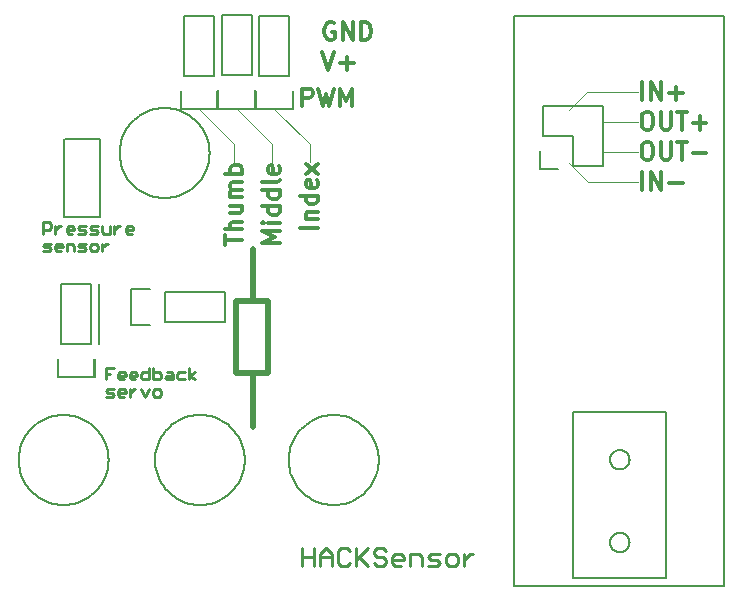
<source format=gbr>
%FSDAX44Y44*%
%MOMM*%
%SFA1B1*%

%IPPOS*%
%ADD12C,0.499999*%
%ADD24C,0.150000*%
%ADD25C,0.200000*%
%ADD26C,0.299999*%
%ADD27C,0.100000*%
%ADD28C,0.253999*%
%LNpcb1_legend_top-1*%
%LPD*%
G54D12*
X00790885Y00797453D02*
Y00843127D01*
X00777240D02*
X00803910D01*
X00777240Y00904087D02*
X00803910D01*
Y00843127D02*
Y00904087D01*
X00777240Y00843127D02*
Y00904087D01*
X00791210Y00904240D02*
Y00948537D01*
G54D24*
X00657656Y00839692D02*
Y00855192D01*
X00660456Y00867892D02*
Y00918692D01*
X00625779Y00839565D02*
X00656779D01*
Y00855065*
X00628579Y00867765D02*
X00653979D01*
X00625779Y00839565D02*
Y00855065D01*
X00628579Y00867765D02*
Y00918565D01*
X00653979*
Y00867765D02*
Y00918565D01*
X01033830Y01015587D02*
X01049330D01*
X01033830D02*
Y01031087D01*
X01062030Y01018387D02*
Y01043787D01*
X01036630D02*
X01062030D01*
X01036630D02*
Y01069187D01*
X01087430*
Y01018387D02*
Y01069187D01*
X01062030Y01018387D02*
X01087430D01*
X00668872Y00772251D02*
X00668965Y00769594D01*
X00668594Y00774896D02*
X00668872Y00772251D01*
X00668132Y00777515D02*
X00668594Y00774896D01*
X00667489Y00780095D02*
X00668132Y00777515D01*
X00666667Y00782625D02*
X00667489Y00780095D01*
X00665671Y00785090D02*
X00666667Y00782625D01*
X00664505Y00787481D02*
X00665671Y00785090D01*
X00663175Y00789783D02*
X00664505Y00787481D01*
X00661688Y00791988D02*
X00663175Y00789783D01*
X00660051Y00794084D02*
X00661688Y00791988D01*
X00658272Y00796060D02*
X00660051Y00794084D01*
X00656359Y00797907D02*
X00658272Y00796060D01*
X00654322Y00799617D02*
X00656359Y00797907D01*
X00652170Y00801180D02*
X00654322Y00799617D01*
X00649915Y00802589D02*
X00652170Y00801180D01*
X00647567Y00803838D02*
X00649915Y00802589D01*
X00645137Y00804919D02*
X00647567Y00803838D01*
X00642638Y00805829D02*
X00645137Y00804919D01*
X00640082Y00806562D02*
X00642638Y00805829D01*
X00637481Y00807115D02*
X00640082Y00806562D01*
X00634847Y00807485D02*
X00637481Y00807115D01*
X00632195Y00807670D02*
X00634847Y00807485D01*
X00629535Y00807670D02*
X00632195D01*
X00626882Y00807485D02*
X00629535Y00807670D01*
X00624249Y00807115D02*
X00626882Y00807485D01*
X00621648Y00806562D02*
X00624249Y00807115D01*
X00619091Y00805829D02*
X00621648Y00806562D01*
X00616592Y00804919D02*
X00619091Y00805829D01*
X00614163Y00803838D02*
X00616592Y00804919D01*
X00611815Y00802589D02*
X00614163Y00803838D01*
X00609560Y00801180D02*
X00611815Y00802589D01*
X00607408Y00799617D02*
X00609560Y00801180D01*
X00605371Y00797907D02*
X00607408Y00799617D01*
X00603458Y00796060D02*
X00605371Y00797907D01*
X00601678Y00794084D02*
X00603458Y00796060D01*
X00600041Y00791988D02*
X00601678Y00794084D01*
X00598554Y00789783D02*
X00600041Y00791988D01*
X00597224Y00787481D02*
X00598554Y00789783D01*
X00596059Y00785090D02*
X00597224Y00787481D01*
X00595063Y00782625D02*
X00596059Y00785090D01*
X00594241Y00780095D02*
X00595063Y00782625D01*
X00593598Y00777515D02*
X00594241Y00780095D01*
X00593136Y00774896D02*
X00593598Y00777515D01*
X00592858Y00772251D02*
X00593136Y00774896D01*
X00592765Y00769594D02*
X00592858Y00772251D01*
X00592765Y00769594D02*
X00592858Y00766936D01*
X00593136Y00764291*
X00593598Y00761672*
X00594241Y00759092*
X00595063Y00756563*
X00596059Y00754097*
X00597224Y00751707*
X00598554Y00749404*
X00600041Y00747199*
X00601678Y00745103*
X00603458Y00743127*
X00605371Y00741280*
X00607408Y00739570*
X00609560Y00738007*
X00611815Y00736598*
X00614163Y00735349*
X00616592Y00734268*
X00619091Y00733358*
X00621648Y00732625*
X00624249Y00732072*
X00626882Y00731702*
X00629535Y00731517*
X00632195*
X00634847Y00731702*
X00637481Y00732072*
X00640082Y00732625*
X00642638Y00733358*
X00645137Y00734268*
X00647567Y00735349*
X00649915Y00736598*
X00652170Y00738007*
X00654322Y00739570*
X00656359Y00741280*
X00658272Y00743127*
X00660051Y00745103*
X00661688Y00747199*
X00663175Y00749404*
X00664505Y00751707*
X00665671Y00754097*
X00666667Y00756563*
X00667489Y00759092*
X00668132Y00761672*
X00668594Y00764291*
X00668872Y00766936*
X00668965Y00769594*
X00784315Y00772251D02*
X00784408Y00769594D01*
X00784037Y00774896D02*
X00784315Y00772251D01*
X00783575Y00777515D02*
X00784037Y00774896D01*
X00782932Y00780095D02*
X00783575Y00777515D01*
X00782110Y00782625D02*
X00782932Y00780095D01*
X00781114Y00785090D02*
X00782110Y00782625D01*
X00779948Y00787481D02*
X00781114Y00785090D01*
X00778618Y00789783D02*
X00779948Y00787481D01*
X00777131Y00791988D02*
X00778618Y00789783D01*
X00775494Y00794084D02*
X00777131Y00791988D01*
X00773715Y00796060D02*
X00775494Y00794084D01*
X00771802Y00797907D02*
X00773715Y00796060D01*
X00769764Y00799617D02*
X00771802Y00797907D01*
X00767613Y00801180D02*
X00769764Y00799617D01*
X00765358Y00802589D02*
X00767613Y00801180D01*
X00763010Y00803838D02*
X00765358Y00802589D01*
X00760580Y00804919D02*
X00763010Y00803838D01*
X00758081Y00805829D02*
X00760580Y00804919D01*
X00755525Y00806562D02*
X00758081Y00805829D01*
X00752924Y00807115D02*
X00755525Y00806562D01*
X00750290Y00807485D02*
X00752924Y00807115D01*
X00747637Y00807670D02*
X00750290Y00807485D01*
X00744978Y00807670D02*
X00747637D01*
X00742325Y00807485D02*
X00744978Y00807670D01*
X00739692Y00807115D02*
X00742325Y00807485D01*
X00737091Y00806562D02*
X00739692Y00807115D01*
X00734534Y00805829D02*
X00737091Y00806562D01*
X00732035Y00804919D02*
X00734534Y00805829D01*
X00729606Y00803838D02*
X00732035Y00804919D01*
X00727258Y00802589D02*
X00729606Y00803838D01*
X00725003Y00801180D02*
X00727258Y00802589D01*
X00722851Y00799617D02*
X00725003Y00801180D01*
X00720814Y00797907D02*
X00722851Y00799617D01*
X00718901Y00796060D02*
X00720814Y00797907D01*
X00717121Y00794084D02*
X00718901Y00796060D01*
X00715484Y00791988D02*
X00717121Y00794084D01*
X00713997Y00789783D02*
X00715484Y00791988D01*
X00712668Y00787481D02*
X00713997Y00789783D01*
X00711502Y00785090D02*
X00712668Y00787481D01*
X00710506Y00782625D02*
X00711502Y00785090D01*
X00709684Y00780095D02*
X00710506Y00782625D01*
X00709041Y00777515D02*
X00709684Y00780095D01*
X00708579Y00774896D02*
X00709041Y00777515D01*
X00708301Y00772251D02*
X00708579Y00774896D01*
X00708208Y00769594D02*
X00708301Y00772251D01*
X00708208Y00769594D02*
X00708301Y00766936D01*
X00708579Y00764291*
X00709041Y00761672*
X00709684Y00759092*
X00710506Y00756563*
X00711502Y00754097*
X00712668Y00751707*
X00713997Y00749404*
X00715484Y00747199*
X00717121Y00745103*
X00718901Y00743127*
X00720814Y00741280*
X00722851Y00739570*
X00725003Y00738007*
X00727258Y00736598*
X00729606Y00735349*
X00732035Y00734268*
X00734534Y00733358*
X00737091Y00732625*
X00739692Y00732072*
X00742325Y00731702*
X00744978Y00731517*
X00747637*
X00750290Y00731702*
X00752924Y00732072*
X00755525Y00732625*
X00758081Y00733358*
X00760580Y00734268*
X00763010Y00735349*
X00765358Y00736598*
X00767613Y00738007*
X00769764Y00739570*
X00771802Y00741280*
X00773715Y00743127*
X00775494Y00745103*
X00777131Y00747199*
X00778618Y00749404*
X00779948Y00751707*
X00781114Y00754097*
X00782110Y00756563*
X00782932Y00759092*
X00783575Y00761672*
X00784037Y00764291*
X00784315Y00766936*
X00784408Y00769594*
X00897599Y00772124D02*
X00897692Y00769467D01*
X00897321Y00774769D02*
X00897599Y00772124D01*
X00896859Y00777388D02*
X00897321Y00774769D01*
X00896216Y00779968D02*
X00896859Y00777388D01*
X00895394Y00782498D02*
X00896216Y00779968D01*
X00894398Y00784963D02*
X00895394Y00782498D01*
X00893232Y00787354D02*
X00894398Y00784963D01*
X00891902Y00789657D02*
X00893232Y00787354D01*
X00890415Y00791861D02*
X00891902Y00789657D01*
X00888778Y00793957D02*
X00890415Y00791861D01*
X00886999Y00795933D02*
X00888778Y00793957D01*
X00885086Y00797780D02*
X00886999Y00795933D01*
X00883048Y00799490D02*
X00885086Y00797780D01*
X00880897Y00801053D02*
X00883048Y00799490D01*
X00878642Y00802462D02*
X00880897Y00801053D01*
X00876294Y00803711D02*
X00878642Y00802462D01*
X00873864Y00804792D02*
X00876294Y00803711D01*
X00871365Y00805702D02*
X00873864Y00804792D01*
X00868809Y00806435D02*
X00871365Y00805702D01*
X00866208Y00806988D02*
X00868809Y00806435D01*
X00863574Y00807358D02*
X00866208Y00806988D01*
X00860921Y00807543D02*
X00863574Y00807358D01*
X00858262Y00807543D02*
X00860921D01*
X00855609Y00807358D02*
X00858262Y00807543D01*
X00852976Y00806988D02*
X00855609Y00807358D01*
X00850375Y00806435D02*
X00852976Y00806988D01*
X00847818Y00805702D02*
X00850375Y00806435D01*
X00845319Y00804792D02*
X00847818Y00805702D01*
X00842890Y00803711D02*
X00845319Y00804792D01*
X00840542Y00802462D02*
X00842890Y00803711D01*
X00838287Y00801053D02*
X00840542Y00802462D01*
X00836135Y00799490D02*
X00838287Y00801053D01*
X00834098Y00797780D02*
X00836135Y00799490D01*
X00832185Y00795933D02*
X00834098Y00797780D01*
X00830405Y00793957D02*
X00832185Y00795933D01*
X00828768Y00791861D02*
X00830405Y00793957D01*
X00827281Y00789657D02*
X00828768Y00791861D01*
X00825952Y00787354D02*
X00827281Y00789657D01*
X00824786Y00784963D02*
X00825952Y00787354D01*
X00823790Y00782498D02*
X00824786Y00784963D01*
X00822968Y00779968D02*
X00823790Y00782498D01*
X00822325Y00777388D02*
X00822968Y00779968D01*
X00821863Y00774769D02*
X00822325Y00777388D01*
X00821585Y00772124D02*
X00821863Y00774769D01*
X00821492Y00769467D02*
X00821585Y00772124D01*
X00821492Y00769467D02*
X00821585Y00766809D01*
X00821863Y00764164*
X00822325Y00761545*
X00822968Y00758965*
X00823790Y00756436*
X00824786Y00753970*
X00825952Y00751580*
X00827281Y00749277*
X00828768Y00747072*
X00830405Y00744976*
X00832185Y00743000*
X00834098Y00741153*
X00836135Y00739443*
X00838287Y00737880*
X00840542Y00736471*
X00842890Y00735222*
X00845319Y00734141*
X00847818Y00733231*
X00850375Y00732498*
X00852976Y00731945*
X00855609Y00731575*
X00858262Y00731390*
X00860921*
X00863574Y00731575*
X00866208Y00731945*
X00868809Y00732498*
X00871365Y00733231*
X00873864Y00734141*
X00876294Y00735222*
X00878642Y00736471*
X00880897Y00737880*
X00883048Y00739443*
X00885086Y00741153*
X00886999Y00743000*
X00888778Y00744976*
X00890415Y00747072*
X00891902Y00749277*
X00893232Y00751580*
X00894398Y00753970*
X00895394Y00756436*
X00896216Y00758965*
X00896859Y00761545*
X00897321Y00764164*
X00897599Y00766809*
X00897692Y00769467*
X00754343Y01032093D02*
X00754436Y01029436D01*
X00754065Y01034738D02*
X00754343Y01032093D01*
X00753603Y01037357D02*
X00754065Y01034738D01*
X00752960Y01039937D02*
X00753603Y01037357D01*
X00752138Y01042467D02*
X00752960Y01039937D01*
X00751142Y01044932D02*
X00752138Y01042467D01*
X00749976Y01047323D02*
X00751142Y01044932D01*
X00748646Y01049625D02*
X00749976Y01047323D01*
X00747159Y01051830D02*
X00748646Y01049625D01*
X00745522Y01053926D02*
X00747159Y01051830D01*
X00743743Y01055902D02*
X00745522Y01053926D01*
X00741830Y01057749D02*
X00743743Y01055902D01*
X00739792Y01059459D02*
X00741830Y01057749D01*
X00737641Y01061022D02*
X00739792Y01059459D01*
X00735386Y01062431D02*
X00737641Y01061022D01*
X00733038Y01063680D02*
X00735386Y01062431D01*
X00730608Y01064761D02*
X00733038Y01063680D01*
X00728109Y01065671D02*
X00730608Y01064761D01*
X00725553Y01066404D02*
X00728109Y01065671D01*
X00722952Y01066957D02*
X00725553Y01066404D01*
X00720318Y01067327D02*
X00722952Y01066957D01*
X00717665Y01067512D02*
X00720318Y01067327D01*
X00715006Y01067512D02*
X00717665D01*
X00712353Y01067327D02*
X00715006Y01067512D01*
X00709720Y01066957D02*
X00712353Y01067327D01*
X00707119Y01066404D02*
X00709720Y01066957D01*
X00704562Y01065671D02*
X00707119Y01066404D01*
X00702063Y01064761D02*
X00704562Y01065671D01*
X00699634Y01063680D02*
X00702063Y01064761D01*
X00697286Y01062431D02*
X00699634Y01063680D01*
X00695031Y01061022D02*
X00697286Y01062431D01*
X00692879Y01059459D02*
X00695031Y01061022D01*
X00690842Y01057749D02*
X00692879Y01059459D01*
X00688929Y01055902D02*
X00690842Y01057749D01*
X00687149Y01053926D02*
X00688929Y01055902D01*
X00685512Y01051830D02*
X00687149Y01053926D01*
X00684025Y01049625D02*
X00685512Y01051830D01*
X00682696Y01047323D02*
X00684025Y01049625D01*
X00681530Y01044932D02*
X00682696Y01047323D01*
X00680534Y01042467D02*
X00681530Y01044932D01*
X00679712Y01039937D02*
X00680534Y01042467D01*
X00679069Y01037357D02*
X00679712Y01039937D01*
X00678607Y01034738D02*
X00679069Y01037357D01*
X00678329Y01032093D02*
X00678607Y01034738D01*
X00678236Y01029436D02*
X00678329Y01032093D01*
X00678236Y01029436D02*
X00678329Y01026778D01*
X00678607Y01024133*
X00679069Y01021514*
X00679712Y01018934*
X00680534Y01016405*
X00681530Y01013939*
X00682696Y01011549*
X00684025Y01009246*
X00685512Y01007041*
X00687149Y01004945*
X00688929Y01002969*
X00690842Y01001122*
X00692879Y00999412*
X00695031Y00997849*
X00697286Y00996440*
X00699634Y00995191*
X00702063Y00994110*
X00704562Y00993200*
X00707119Y00992467*
X00709720Y00991914*
X00712353Y00991544*
X00715006Y00991359*
X00717665*
X00720318Y00991544*
X00722952Y00991914*
X00725553Y00992467*
X00728109Y00993200*
X00730608Y00994110*
X00733038Y00995191*
X00735386Y00996440*
X00737641Y00997849*
X00739792Y00999412*
X00741830Y01001122*
X00743743Y01002969*
X00745522Y01004945*
X00747159Y01007041*
X00748646Y01009246*
X00749976Y01011549*
X00751142Y01013939*
X00752138Y01016405*
X00752960Y01018934*
X00753603Y01021514*
X00754065Y01024133*
X00754343Y01026778*
X00754436Y01029436*
X01012246Y00663041D02*
Y01145641D01*
X01190046*
Y00663041D02*
Y01145641D01*
X01012246Y00663041D02*
X01190046D01*
X01140781Y00669871D02*
Y00809871D01*
X01061781D02*
X01140781D01*
X01061781Y00669871D02*
Y00809871D01*
Y00669871D02*
X01140781D01*
X01110007Y00770446D02*
X01110027Y00769871D01*
X01109947Y00771018D02*
X01110007Y00770446D01*
X01109847Y00771585D02*
X01109947Y00771018D01*
X01109708Y00772144D02*
X01109847Y00771585D01*
X01109530Y00772691D02*
X01109708Y00772144D01*
X01109314Y00773225D02*
X01109530Y00772691D01*
X01109062Y00773742D02*
X01109314Y00773225D01*
X01108774Y00774240D02*
X01109062Y00773742D01*
X01108452Y00774718D02*
X01108774Y00774240D01*
X01108098Y00775171D02*
X01108452Y00774718D01*
X01107713Y00775599D02*
X01108098Y00775171D01*
X01107299Y00775999D02*
X01107713Y00775599D01*
X01106858Y00776369D02*
X01107299Y00775999D01*
X01106392Y00776707D02*
X01106858Y00776369D01*
X01105904Y00777012D02*
X01106392Y00776707D01*
X01105396Y00777282D02*
X01105904Y00777012D01*
X01104870Y00777516D02*
X01105396Y00777282D01*
X01104329Y00777713D02*
X01104870Y00777516D01*
X01103776Y00777872D02*
X01104329Y00777713D01*
X01103213Y00777991D02*
X01103776Y00777872D01*
X01102643Y00778072D02*
X01103213Y00777991D01*
X01102069Y00778112D02*
X01102643Y00778072D01*
X01101493Y00778112D02*
X01102069D01*
X01100919Y00778072D02*
X01101493Y00778112D01*
X01100349Y00777991D02*
X01100919Y00778072D01*
X01099786Y00777872D02*
X01100349Y00777991D01*
X01099233Y00777713D02*
X01099786Y00777872D01*
X01098692Y00777516D02*
X01099233Y00777713D01*
X01098166Y00777282D02*
X01098692Y00777516D01*
X01097658Y00777012D02*
X01098166Y00777282D01*
X01097170Y00776707D02*
X01097658Y00777012D01*
X01096704Y00776369D02*
X01097170Y00776707D01*
X01096264Y00775999D02*
X01096704Y00776369D01*
X01095849Y00775599D02*
X01096264Y00775999D01*
X01095464Y00775171D02*
X01095849Y00775599D01*
X01095109Y00774718D02*
X01095464Y00775171D01*
X01094788Y00774240D02*
X01095109Y00774718D01*
X01094500Y00773742D02*
X01094788Y00774240D01*
X01094248Y00773225D02*
X01094500Y00773742D01*
X01094032Y00772691D02*
X01094248Y00773225D01*
X01093854Y00772144D02*
X01094032Y00772691D01*
X01093715Y00771585D02*
X01093854Y00772144D01*
X01093615Y00771018D02*
X01093715Y00771585D01*
X01093555Y00770446D02*
X01093615Y00771018D01*
X01093535Y00769871D02*
X01093555Y00770446D01*
X01093535Y00769871D02*
X01093555Y00769295D01*
X01093615Y00768723*
X01093715Y00768156*
X01093854Y00767598*
X01094032Y00767050*
X01094248Y00766516*
X01094500Y00765999*
X01094788Y00765501*
X01095109Y00765024*
X01095464Y00764570*
X01095849Y00764142*
X01096264Y00763743*
X01096704Y00763372*
X01097170Y00763034*
X01097658Y00762729*
X01098166Y00762459*
X01098692Y00762225*
X01099233Y00762028*
X01099786Y00761869*
X01100349Y00761750*
X01100919Y00761670*
X01101493Y00761629*
X01102069*
X01102643Y00761670*
X01103213Y00761750*
X01103776Y00761869*
X01104329Y00762028*
X01104870Y00762225*
X01105396Y00762459*
X01105904Y00762729*
X01106392Y00763034*
X01106858Y00763372*
X01107299Y00763743*
X01107713Y00764142*
X01108098Y00764570*
X01108452Y00765024*
X01108774Y00765501*
X01109062Y00765999*
X01109314Y00766516*
X01109530Y00767050*
X01109708Y00767598*
X01109847Y00768156*
X01109947Y00768723*
X01110007Y00769295*
X01110027Y00769871*
X01110007Y00700446D02*
X01110027Y00699871D01*
X01109947Y00701018D02*
X01110007Y00700446D01*
X01109847Y00701585D02*
X01109947Y00701018D01*
X01109708Y00702143D02*
X01109847Y00701585D01*
X01109530Y00702691D02*
X01109708Y00702143D01*
X01109314Y00703225D02*
X01109530Y00702691D01*
X01109062Y00703742D02*
X01109314Y00703225D01*
X01108774Y00704240D02*
X01109062Y00703742D01*
X01108452Y00704718D02*
X01108774Y00704240D01*
X01108098Y00705171D02*
X01108452Y00704718D01*
X01107713Y00705599D02*
X01108098Y00705171D01*
X01107299Y00705999D02*
X01107713Y00705599D01*
X01106858Y00706369D02*
X01107299Y00705999D01*
X01106392Y00706707D02*
X01106858Y00706369D01*
X01105904Y00707012D02*
X01106392Y00706707D01*
X01105396Y00707282D02*
X01105904Y00707012D01*
X01104870Y00707517D02*
X01105396Y00707282D01*
X01104329Y00707713D02*
X01104870Y00707517D01*
X01103776Y00707872D02*
X01104329Y00707713D01*
X01103213Y00707991D02*
X01103776Y00707872D01*
X01102643Y00708072D02*
X01103213Y00707991D01*
X01102069Y00708112D02*
X01102643Y00708072D01*
X01101493Y00708112D02*
X01102069D01*
X01100919Y00708072D02*
X01101493Y00708112D01*
X01100349Y00707991D02*
X01100919Y00708072D01*
X01099786Y00707872D02*
X01100349Y00707991D01*
X01099233Y00707713D02*
X01099786Y00707872D01*
X01098692Y00707517D02*
X01099233Y00707713D01*
X01098166Y00707282D02*
X01098692Y00707517D01*
X01097658Y00707012D02*
X01098166Y00707282D01*
X01097170Y00706707D02*
X01097658Y00707012D01*
X01096704Y00706369D02*
X01097170Y00706707D01*
X01096264Y00705999D02*
X01096704Y00706369D01*
X01095849Y00705599D02*
X01096264Y00705999D01*
X01095464Y00705171D02*
X01095849Y00705599D01*
X01095109Y00704718D02*
X01095464Y00705171D01*
X01094788Y00704240D02*
X01095109Y00704718D01*
X01094500Y00703742D02*
X01094788Y00704240D01*
X01094248Y00703225D02*
X01094500Y00703742D01*
X01094032Y00702691D02*
X01094248Y00703225D01*
X01093854Y00702143D02*
X01094032Y00702691D01*
X01093715Y00701585D02*
X01093854Y00702143D01*
X01093615Y00701018D02*
X01093715Y00701585D01*
X01093555Y00700446D02*
X01093615Y00701018D01*
X01093535Y00699871D02*
X01093555Y00700446D01*
X01093535Y00699871D02*
X01093555Y00699295D01*
X01093615Y00698723*
X01093715Y00698156*
X01093854Y00697598*
X01094032Y00697050*
X01094248Y00696517*
X01094500Y00695999*
X01094788Y00695501*
X01095109Y00695024*
X01095464Y00694570*
X01095849Y00694142*
X01096264Y00693743*
X01096704Y00693372*
X01097170Y00693034*
X01097658Y00692729*
X01098166Y00692459*
X01098692Y00692225*
X01099233Y00692028*
X01099786Y00691869*
X01100349Y00691750*
X01100919Y00691670*
X01101493Y00691629*
X01102069*
X01102643Y00691670*
X01103213Y00691750*
X01103776Y00691869*
X01104329Y00692028*
X01104870Y00692225*
X01105396Y00692459*
X01105904Y00692729*
X01106392Y00693034*
X01106858Y00693372*
X01107299Y00693743*
X01107713Y00694142*
X01108098Y00694570*
X01108452Y00695024*
X01108774Y00695501*
X01109062Y00695999*
X01109314Y00696517*
X01109530Y00697050*
X01109708Y00697598*
X01109847Y00698156*
X01109947Y00698723*
X01110007Y00699295*
X01110027Y00699871*
X00758119Y01095095D02*
Y01145895D01*
X00732719D02*
X00758119D01*
X00732719Y01095095D02*
Y01145895D01*
X00729919Y01066895D02*
Y01082395D01*
X00732719Y01095095D02*
X00758119D01*
X00760919Y01066895D02*
Y01082395D01*
X00729919Y01066895D02*
X00760919D01*
X00716539Y00886460D02*
X00767339D01*
Y00911860*
X00716539D02*
X00767339D01*
X00688340Y00914659D02*
X00703839D01*
X00716539Y00886460D02*
Y00911860D01*
X00688340Y00883659D02*
X00703839D01*
X00688340D02*
Y00914659D01*
X00822000Y01095095D02*
Y01145895D01*
X00796600D02*
X00822000D01*
X00796600Y01095095D02*
Y01145895D01*
X00793800Y01066895D02*
Y01082395D01*
X00796600Y01095095D02*
X00822000D01*
X00824800Y01066895D02*
Y01082395D01*
X00793800Y01066895D02*
X00824800D01*
X00789996Y01095222D02*
Y01146022D01*
X00764596D02*
X00789996D01*
X00764596Y01095222D02*
Y01146022D01*
X00761796Y01067022D02*
Y01082522D01*
X00764596Y01095222D02*
X00789996D01*
X00792796Y01067022D02*
Y01082522D01*
X00761796Y01067022D02*
X00792796D01*
G54D25*
X00632135Y01041247D02*
X00661345D01*
Y00975207D02*
Y01041247D01*
X00630865Y00975207D02*
X00661345D01*
X00630865D02*
Y01041247D01*
G54D26*
X01120917Y00998255D02*
Y01013255D01*
X01128060Y00998255D02*
Y01013255D01*
X01136632Y00998255*
Y01013255*
X01143774Y01003969D02*
X01155203D01*
X00833120Y01069060D02*
Y01084060D01*
X00838833*
X00840262Y01083346*
X00840976Y01082632*
X00841690Y01081203*
Y01079060D02*
Y01081203D01*
X00840976Y01077632D02*
X00841690Y01079060D01*
X00840262Y01076918D02*
X00840976Y01077632D01*
X00838833Y01076203D02*
X00840262Y01076918D01*
X00833120Y01076203D02*
X00838833D01*
X00846690Y01084060D02*
X00850262Y01069060D01*
X00853119Y01079775*
X00855976Y01069060*
X00859548Y01084060*
X00865262Y01069060D02*
Y01084060D01*
X00870262Y01073346*
X00875262Y01084060*
Y01069060D02*
Y01084060D01*
X00849912Y01114640D02*
X00854912Y01099640D01*
X00859912Y01114640*
X00864912Y01105355D02*
X00876340D01*
X00870626Y01099640D02*
Y01111069D01*
X00858483Y01140140D02*
X00859912Y01139426D01*
X00856340Y01140140D02*
X00858483D01*
X00854197Y01139426D02*
X00856340Y01140140D01*
X00852769Y01137998D02*
X00854197Y01139426D01*
X00852055Y01136569D02*
X00852769Y01137998D01*
X00851340Y01133712D02*
X00852055Y01136569D01*
X00851340Y01131570D02*
Y01133712D01*
Y01131570D02*
X00852055Y01128712D01*
X00852769Y01127283*
X00854197Y01125855*
X00856340Y01125140*
X00857769*
X00859912Y01125855*
X00860626Y01126569*
Y01131570*
X00857769D02*
X00860626D01*
X00867055Y01125140D02*
Y01140140D01*
X00875626Y01125140*
Y01140140*
X00882769Y01125140D02*
Y01140140D01*
X00886340*
X00888483Y01139426*
X00889912Y01137998*
X00890626Y01136569*
X00891340Y01133712*
Y01131570D02*
Y01133712D01*
X00890626Y01128712D02*
X00891340Y01131570D01*
X00889912Y01127283D02*
X00890626Y01128712D01*
X00888483Y01125855D02*
X00889912Y01127283D01*
X00886340Y01125140D02*
X00888483Y01125855D01*
X00882769Y01125140D02*
X00886340D01*
X01120917Y01074255D02*
Y01089255D01*
X01128060Y01074255D02*
Y01089255D01*
X01136632Y01074255*
Y01089255*
X01143774Y01079969D02*
X01155203D01*
X01149489Y01074255D02*
Y01085683D01*
X01123774Y01038755D02*
X01126632D01*
X01128060Y01038041*
X01129489Y01036612*
X01130203Y01033755*
Y01028755D02*
Y01033755D01*
X01129489Y01025898D02*
X01130203Y01028755D01*
X01128060Y01024469D02*
X01129489Y01025898D01*
X01126632Y01023755D02*
X01128060Y01024469D01*
X01123774Y01023755D02*
X01126632D01*
X01122346Y01024469D02*
X01123774Y01023755D01*
X01120917Y01025898D02*
X01122346Y01024469D01*
X01120203Y01028755D02*
X01120917Y01025898D01*
X01120203Y01028755D02*
Y01033755D01*
X01120917Y01036612*
X01122346Y01038041*
X01123774Y01038755*
X01136632Y01026612D02*
Y01038755D01*
Y01026612D02*
X01137346Y01025183D01*
X01138060Y01024469*
X01139489Y01023755*
X01142346*
X01143774Y01024469*
X01144489Y01025183*
X01145203Y01026612*
Y01038755*
X01150203D02*
X01158774D01*
X01154489Y01023755D02*
Y01038755D01*
X01163774Y01029469D02*
X01175203D01*
X01123774Y01064255D02*
X01126632D01*
X01128060Y01063541*
X01129489Y01062112*
X01130203Y01059255*
Y01054255D02*
Y01059255D01*
X01129489Y01051398D02*
X01130203Y01054255D01*
X01128060Y01049969D02*
X01129489Y01051398D01*
X01126632Y01049255D02*
X01128060Y01049969D01*
X01123774Y01049255D02*
X01126632D01*
X01122346Y01049969D02*
X01123774Y01049255D01*
X01120917Y01051398D02*
X01122346Y01049969D01*
X01120203Y01054255D02*
X01120917Y01051398D01*
X01120203Y01054255D02*
Y01059255D01*
X01120917Y01062112*
X01122346Y01063541*
X01123774Y01064255*
X01136632Y01052112D02*
Y01064255D01*
Y01052112D02*
X01137346Y01050683D01*
X01138060Y01049969*
X01139489Y01049255*
X01142346*
X01143774Y01049969*
X01144489Y01050683*
X01145203Y01052112*
Y01064255*
X01150203D02*
X01158774D01*
X01154489Y01049255D02*
Y01064255D01*
X01163774Y01054969D02*
X01175203D01*
X01169489Y01049255D02*
Y01060683D01*
X00831132Y00966326D02*
X00846132D01*
X00836132Y00973469D02*
X00846132D01*
X00836846Y00974183D02*
X00837560Y00973469D01*
X00836132Y00975612D02*
X00836846Y00974183D01*
X00836132Y00975612D02*
Y00977755D01*
X00836846Y00979183*
X00838274Y00979898*
X00846132*
X00831132Y00993469D02*
X00846132D01*
X00845417D02*
X00846132Y00992041D01*
Y00989183D02*
Y00992041D01*
X00845417Y00987755D02*
X00846132Y00989183D01*
X00844703Y00987041D02*
X00845417Y00987755D01*
X00843274Y00986326D02*
X00844703Y00987041D01*
X00838989Y00986326D02*
X00843274D01*
X00837560Y00987041D02*
X00838989Y00986326D01*
X00836846Y00987755D02*
X00837560Y00987041D01*
X00836132Y00989183D02*
X00836846Y00987755D01*
X00836132Y00989183D02*
Y00992041D01*
X00836846Y00993469*
X00845417Y01006326D02*
X00846132Y01004898D01*
Y01002041D02*
Y01004898D01*
X00845417Y01000612D02*
X00846132Y01002041D01*
X00843989Y00999898D02*
X00845417Y01000612D01*
X00838274Y00999898D02*
X00843989D01*
X00836846Y01000612D02*
X00838274Y00999898D01*
X00836132Y01002041D02*
X00836846Y01000612D01*
X00836132Y01002041D02*
Y01004898D01*
X00836846Y01006326*
X00838274Y01007041*
X00839703*
X00841132Y00999898*
X00836132Y01019898D02*
X00846132Y01012041D01*
X00836132D02*
X00846132Y01019898D01*
X00799132Y00953469D02*
X00814132D01*
X00799132D02*
X00809846Y00958469D01*
X00799132Y00963469D02*
X00809846Y00958469D01*
X00799132Y00963469D02*
X00814132D01*
X00804132Y00970612D02*
X00814132D01*
X00799132D02*
X00799846Y00969899D01*
X00800560Y00970612*
X00799846Y00971326D02*
X00800560Y00970612D01*
X00799132D02*
X00799846Y00971326D01*
X00799132Y00970612D02*
X00800560D01*
X00799132Y00984183D02*
X00814132D01*
X00813417D02*
X00814132Y00982755D01*
Y00979898D02*
Y00982755D01*
X00813417Y00978469D02*
X00814132Y00979898D01*
X00812703Y00977755D02*
X00813417Y00978469D01*
X00811274Y00977041D02*
X00812703Y00977755D01*
X00806989Y00977041D02*
X00811274D01*
X00805561Y00977755D02*
X00806989Y00977041D01*
X00804846Y00978469D02*
X00805561Y00977755D01*
X00804132Y00979898D02*
X00804846Y00978469D01*
X00804132Y00979898D02*
Y00982755D01*
X00804846Y00984183*
X00799132Y00997755D02*
X00814132D01*
X00813417D02*
X00814132Y00996326D01*
Y00993469D02*
Y00996326D01*
X00813417Y00992041D02*
X00814132Y00993469D01*
X00812703Y00991326D02*
X00813417Y00992041D01*
X00811274Y00990612D02*
X00812703Y00991326D01*
X00806989Y00990612D02*
X00811274D01*
X00805561Y00991326D02*
X00806989Y00990612D01*
X00804846Y00992041D02*
X00805561Y00991326D01*
X00804132Y00993469D02*
X00804846Y00992041D01*
X00804132Y00993469D02*
Y00996326D01*
X00804846Y00997755*
X00813417Y01005612D02*
X00814132Y01007041D01*
X00811989Y01004898D02*
X00813417Y01005612D01*
X00799132Y01004898D02*
X00811989D01*
X00813417Y01018469D02*
X00814132Y01017041D01*
Y01014183D02*
Y01017041D01*
X00813417Y01012755D02*
X00814132Y01014183D01*
X00811989Y01012041D02*
X00813417Y01012755D01*
X00806274Y01012041D02*
X00811989D01*
X00804846Y01012755D02*
X00806274Y01012041D01*
X00804132Y01014183D02*
X00804846Y01012755D01*
X00804132Y01014183D02*
Y01017041D01*
X00804846Y01018469*
X00806274Y01019183*
X00807703*
X00809132Y01012041*
X00767131Y00951326D02*
Y00959898D01*
Y00955612D02*
X00782131D01*
X00767131Y00964898D02*
X00782131D01*
X00774274Y00971326D02*
X00782131D01*
X00772846Y00970612D02*
X00774274Y00971326D01*
X00772131Y00969183D02*
X00772846Y00970612D01*
X00772131Y00967041D02*
Y00969183D01*
Y00967041D02*
X00772846Y00965612D01*
X00773560Y00964898*
X00772131Y00984898D02*
X00782131D01*
X00772131Y00978469D02*
X00779989D01*
X00781417Y00979183*
X00782131Y00980612*
Y00982755*
X00781417Y00984183D02*
X00782131Y00982755D01*
X00780703Y00984898D02*
X00781417Y00984183D01*
X00772131Y00992041D02*
X00782131D01*
X00772846Y00992755D02*
X00773560Y00992041D01*
X00772131Y00994183D02*
X00772846Y00992755D01*
X00772131Y00994183D02*
Y00996326D01*
X00772846Y00997755*
X00774274Y00998469*
X00782131*
X00772846Y00999183D02*
X00774274Y00998469D01*
X00772131Y01000612D02*
X00772846Y00999183D01*
X00772131Y01000612D02*
Y01002755D01*
X00772846Y01004183*
X00774274Y01004898*
X00782131*
X00767131Y01012041D02*
X00782131D01*
X00772131Y01013469D02*
X00772846Y01012041D01*
X00772131Y01013469D02*
Y01016326D01*
X00772846Y01017755*
X00773560Y01018469*
X00774989Y01019183*
X00779274*
X00780703Y01018469*
X00781417Y01017755*
X00782131Y01016326*
Y01013469D02*
Y01016326D01*
X00781417Y01012041D02*
X00782131Y01013469D01*
G54D27*
X01058846Y01021041D02*
X01074846Y01005041D01*
X01117346*
X01058846Y01065541D02*
X01074346Y01081041D01*
X01117346*
X01087346Y01030541D02*
X01117346D01*
X01087346Y01056041D02*
X01117346D01*
X00839346Y01022041D02*
Y01037041D01*
X00807346Y01022041D02*
Y01037041D01*
X00809346Y01067041D02*
X00839346Y01037041D01*
X00777346Y01067041D02*
X00807346Y01037041D01*
X00775346Y01022041D02*
Y01037041D01*
X00745346Y01067041D02*
X00775346Y01037041D01*
G54D28*
X00673414Y00847716D02*
X00666750D01*
Y00842717*
X00670081*
X00666750*
Y00837719*
X00681744D02*
X00678412D01*
X00676746Y00839385*
Y00842717*
X00678412Y00844383*
X00681744*
X00683410Y00842717*
Y00841051*
X00676746*
X00691741Y00837719D02*
X00688409D01*
X00686743Y00839385*
Y00842717*
X00688409Y00844383*
X00691741*
X00693407Y00842717*
Y00841051*
X00686743*
X00703404Y00847716D02*
Y00837719D01*
X00698406*
X00696739Y00839385*
Y00842717*
X00698406Y00844383*
X00703404*
X00706736Y00847716D02*
Y00837719D01*
X00711735*
X00713401Y00839385*
Y00841051*
Y00842717*
X00711735Y00844383*
X00706736*
X00718399D02*
X00721731D01*
X00723397Y00842717*
Y00837719*
X00718399*
X00716733Y00839385*
X00718399Y00841051*
X00723397*
X00733394Y00844383D02*
X00728396D01*
X00726730Y00842717*
Y00839385*
X00728396Y00837719*
X00733394*
X00736727D02*
Y00847716D01*
Y00841051D02*
X00741725Y00844383D01*
X00736727Y00841051D02*
X00741725Y00837719D01*
X00666750Y00822960D02*
X00671747D01*
X00673414Y00824625*
X00671747Y00826291*
X00668415*
X00666750Y00827957*
X00668415Y00829623*
X00673414*
X00681744Y00822960D02*
X00678412D01*
X00676746Y00824625*
Y00827957*
X00678412Y00829623*
X00681744*
X00683410Y00827957*
Y00826291*
X00676746*
X00686743Y00829623D02*
Y00822960D01*
Y00826291*
X00688409Y00827957*
X00690075Y00829623*
X00691741*
X00696739D02*
X00700072Y00822960D01*
X00703404Y00829623*
X00708402Y00822960D02*
X00711735D01*
X00713401Y00824625*
Y00827957*
X00711735Y00829623*
X00708402*
X00706736Y00827957*
Y00824625*
X00708402Y00822960*
X00613410Y00960909D02*
Y00970906D01*
X00618407*
X00620074Y00969239*
Y00965907*
X00618407Y00964241*
X00613410*
X00623406Y00967573D02*
Y00960909D01*
Y00964241*
X00625072Y00965907*
X00626738Y00967573*
X00628404*
X00638401Y00960909D02*
X00635069D01*
X00633403Y00962575*
Y00965907*
X00635069Y00967573*
X00638401*
X00640067Y00965907*
Y00964241*
X00633403*
X00643399Y00960909D02*
X00648398D01*
X00650064Y00962575*
X00648398Y00964241*
X00645066*
X00643399Y00965907*
X00645066Y00967573*
X00650064*
X00653396Y00960909D02*
X00658394D01*
X00660061Y00962575*
X00658394Y00964241*
X00655062*
X00653396Y00965907*
X00655062Y00967573*
X00660061*
X00663393D02*
Y00962575D01*
X00665059Y00960909*
X00670057*
Y00967573*
X00673390D02*
Y00960909D01*
Y00964241*
X00675056Y00965907*
X00676722Y00967573*
X00678388*
X00688385Y00960909D02*
X00685053D01*
X00683387Y00962575*
Y00965907*
X00685053Y00967573*
X00688385*
X00690051Y00965907*
Y00964241*
X00683387*
X00613410Y00946150D02*
X00618407D01*
X00620074Y00947815*
X00618407Y00949481*
X00615075*
X00613410Y00951147*
X00615075Y00952813*
X00620074*
X00628404Y00946150D02*
X00625072D01*
X00623406Y00947815*
Y00951147*
X00625072Y00952813*
X00628404*
X00630070Y00951147*
Y00949481*
X00623406*
X00633403Y00946150D02*
Y00952813D01*
X00638401*
X00640067Y00951147*
Y00946150*
X00643399D02*
X00648398D01*
X00650064Y00947815*
X00648398Y00949481*
X00645066*
X00643399Y00951147*
X00645066Y00952813*
X00650064*
X00655062Y00946150D02*
X00658394D01*
X00660061Y00947815*
Y00951147*
X00658394Y00952813*
X00655062*
X00653396Y00951147*
Y00947815*
X00655062Y00946150*
X00663393Y00952813D02*
Y00946150D01*
Y00949481*
X00665059Y00951147*
X00666725Y00952813*
X00668391*
X00833120Y00694684D02*
Y00679450D01*
Y00687066*
X00843276*
Y00694684*
Y00679450*
X00848354D02*
Y00689606D01*
X00853432Y00694684*
X00858511Y00689606*
Y00679450*
Y00687066*
X00848354*
X00873746Y00692145D02*
X00871207Y00694684D01*
X00866128*
X00863589Y00692145*
Y00681988*
X00866128Y00679450*
X00871207*
X00873746Y00681988*
X00878824Y00694684D02*
Y00679450D01*
Y00684527*
X00888981Y00694684*
X00881363Y00687066*
X00888981Y00679450*
X00904216Y00692145D02*
X00901677Y00694684D01*
X00896599*
X00894059Y00692145*
Y00689606*
X00896599Y00687066*
X00901677*
X00904216Y00684527*
Y00681988*
X00901677Y00679450*
X00896599*
X00894059Y00681988*
X00916912Y00679450D02*
X00911833D01*
X00909294Y00681988*
Y00687066*
X00911833Y00689606*
X00916912*
X00919451Y00687066*
Y00684527*
X00909294*
X00924529Y00679450D02*
Y00689606D01*
X00932147*
X00934686Y00687066*
Y00679450*
X00939764D02*
X00947382D01*
X00949921Y00681988*
X00947382Y00684527*
X00942304*
X00939764Y00687066*
X00942304Y00689606*
X00949921*
X00957539Y00679450D02*
X00962617D01*
X00965156Y00681988*
Y00687066*
X00962617Y00689606*
X00957539*
X00955000Y00687066*
Y00681988*
X00957539Y00679450*
X00970235Y00689606D02*
Y00679450D01*
Y00684527*
X00972774Y00687066*
X00975313Y00689606*
X00977852*
M02*
</source>
